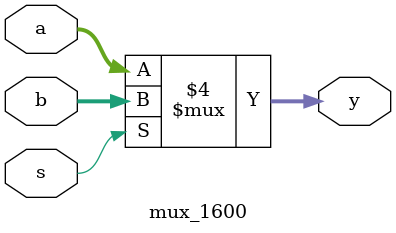
<source format=v>
`timescale 1ns / 1ps
module mux_1600(
    input [1599:0] a,b,
	 input s,
    output reg [1599:0] y
    );
	 
always@(a,b,s)
begin
if(s==0)
y=a;
else
y=b;
end

endmodule

</source>
